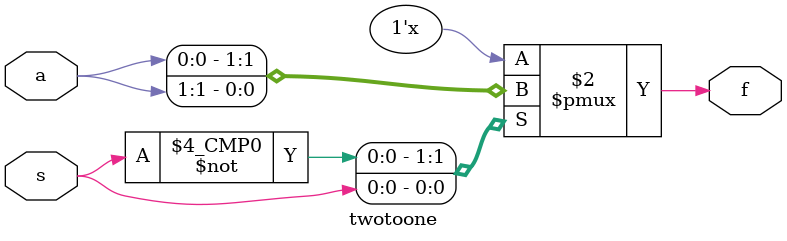
<source format=v>
module main(a,f);
	input [2:0] a;
	output f;
	wire h,g;
	twotoone stage0({a[0],1'b0},a[1],g);
	twotoone stage1({1'b1,a[0]},a[1],h);
	twotoone stage2({h,g},a[2],f);
endmodule

module twotoone(a,s,f);
	input [1:0] a;
	input s;
	output f;
	reg f;
	always @(a,s)
	begin
		case(s)
			0: f = a[0];
			1: f = a[1];
		endcase
	end
endmodule


</source>
